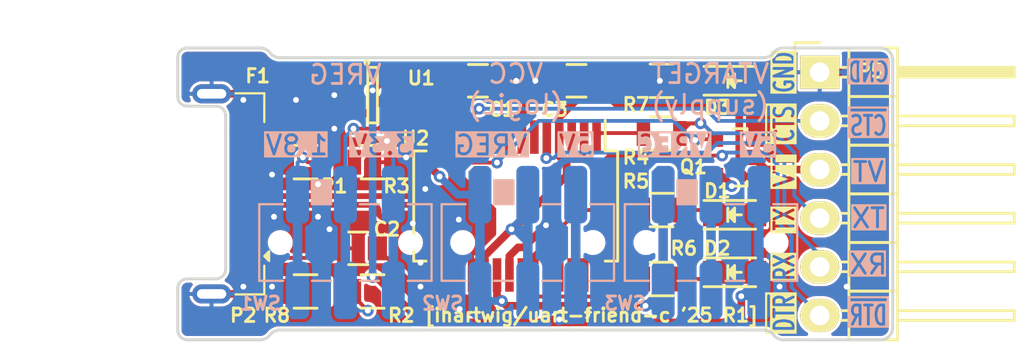
<source format=kicad_pcb>
(kicad_pcb (version 20221018) (generator pcbnew)
  (layers (0 "F.Cu" signal) (31 "B.Cu" signal) (34 "B.Paste" user) (35 "F.Paste" user) (36 "B.SilkS" user "B.Silkscreen") (37 "F.SilkS" user "F.Silkscreen") (38 "B.Mask" user) (39 "F.Mask" user) (44 "Edge.Cuts" user))
  (net 0 "")
  (net 1 "+5V")
  (net 2 "GND")
  (net 3 "VCC")
  (net 4 "Net-(U2-VCCD)")
  (net 5 "Net-(D1-K)")
  (net 6 "/USB_VBUS")
  (net 7 "/USB_D-")
  (net 8 "/USB_D+")
  (net 9 "/VREG")
  (net 10 "/FB_3V3")
  (net 11 "/FB_SEL")
  (net 12 "/FB_1V8")
  (net 13 "/VTARGET")
  (net 14 "/TXD")
  (net 15 "Net-(D2-K)")
  (net 16 "/~{CTS}")
  (net 17 "/RXD")
  (net 18 "/~{DTR}")
  (net 19 "/~{POWER}")
  (net 20 "/TXD_R")
  (net 21 "/~{TXLED}")
  (net 22 "/~{RXLED}")
  (net 23 "/VTARGET_Q")
  (net 24 "Net-(D3-K)")
  (net 27 "Net-(P2-CC)")
  (footprint "Capacitors_SMD:C_0805" (layer "F.Cu") (at 164.5 100 180)
    (fp_text reference "C2" (at -1.5 1 180) (layer "F.SilkS") (effects (font (size 0.7 0.7))))
    (fp_text value "1uF")
    (pad "1" smd rect (at -1 0 180) (size 1 1.25) (layers "F.Cu" "F.Paste" "F.Mask") (net 4 "Net-(U2-VCCD)"))
    (pad "2" smd rect (at 1 0 180) (size 1 1.25) (layers "F.Cu" "F.Paste" "F.Mask") (net 2 "GND"))
  )
  (footprint "LEDs:LED-0805" (layer "F.Cu") (at 184.15 98.25)
    (fp_text reference "D1" (at -0.9 -1.25) (layer "F.SilkS") (effects (font (size 0.7 0.7))))
    (fp_text value "TX")
    (pad "1" smd rect (at -1.04902 0 180) (size 1.19888 1.19888) (layers "F.Cu" "F.Paste" "F.Mask") (net 5 "Net-(D1-K)"))
    (pad "2" smd rect (at 1.04902 0 180) (size 1.19888 1.19888) (layers "F.Cu" "F.Paste" "F.Mask") (net 3 "VCC"))
  )
  (footprint "LEDs:LED-0805" (layer "F.Cu") (at 184.15 101.25)
    (fp_text reference "D2" (at -0.9 -1.25) (layer "F.SilkS") (effects (font (size 0.7 0.7))))
    (fp_text value "RX")
    (pad "1" smd rect (at -1.04902 0 180) (size 1.19888 1.19888) (layers "F.Cu" "F.Paste" "F.Mask") (net 15 "Net-(D2-K)"))
    (pad "2" smd rect (at 1.04902 0 180) (size 1.19888 1.19888) (layers "F.Cu" "F.Paste" "F.Mask") (net 3 "VCC"))
  )
  (footprint "Fuse_Holders_and_Fuses:Fuse_SMD1206_Reflow" (layer "F.Cu") (at 161.25 92.25 90)
    (fp_text reference "F1" (at 1.25 -2 180) (layer "F.SilkS") (effects (font (size 0.7 0.7))))
    (fp_text value "500mA-1206")
    (pad "1" smd rect (at -1.20396 0 180) (size 2.02946 1.14046) (layers "F.Cu" "F.Paste" "F.Mask") (net 6 "/USB_VBUS"))
    (pad "2" smd rect (at 1.20396 0 180) (size 2.02946 1.14046) (layers "F.Cu" "F.Paste" "F.Mask") (net 1 "+5V"))
  )
  (footprint "Pin_Headers:Pin_Header_Angled_1x06" (layer "F.Cu") (at 188.595 90.805)
    (fp_text reference "P5" (at 2.655 -0.055) (layer "F.SilkS") (effects (font (size 0.7 0.7))))
    (fp_text value "CONN_01X06")
    (pad "1" thru_hole rect (at 0 0) (size 2.032 1.7272) (drill 1.016) (layers "*.Cu" "*.Mask" "F.SilkS") (net 2 "GND"))
    (pad "2" thru_hole oval (at 0 2.54) (size 2.032 1.7272) (drill 1.016) (layers "*.Cu" "*.Mask" "F.SilkS") (net 16 "/~{CTS}"))
    (pad "3" thru_hole oval (at 0 5.08) (size 2.032 1.7272) (drill 1.016) (layers "*.Cu" "*.Mask" "F.SilkS") (net 13 "/VTARGET"))
    (pad "4" thru_hole oval (at 0 7.62) (size 2.032 1.7272) (drill 1.016) (layers "*.Cu" "*.Mask" "F.SilkS") (net 14 "/TXD"))
    (pad "5" thru_hole oval (at 0 10.16) (size 2.032 1.7272) (drill 1.016) (layers "*.Cu" "*.Mask" "F.SilkS") (net 17 "/RXD"))
    (pad "6" thru_hole oval (at 0 12.7) (size 2.032 1.7272) (drill 1.016) (layers "*.Cu" "*.Mask" "F.SilkS") (net 18 "/~{DTR}"))
  )
  (footprint "TO_SOT_Packages_SMD:SOT-23" (layer "F.Cu") (at 184.15 95.25 -90)
    (fp_text reference "Q1" (at 0.5 2.15) (layer "F.SilkS") (effects (font (size 0.7 0.7))))
    (fp_text value "Q_PMOS_GSD")
    (pad "1" smd rect (at -0.95 1.00076 270) (size 0.8001 0.8001) (layers "F.Cu" "F.Paste" "F.Mask") (net 19 "/~{POWER}"))
    (pad "2" smd rect (at 0.95 1.00076 270) (size 0.8001 0.8001) (layers "F.Cu" "F.Paste" "F.Mask") (net 23 "/VTARGET_Q"))
    (pad "3" smd rect (at 0 -0.99822 270) (size 0.8001 0.8001) (layers "F.Cu" "F.Paste" "F.Mask") (net 13 "/VTARGET"))
  )
  (footprint "Resistors_SMD:R_0805" (layer "F.Cu") (at 161.75 95.5 180)
    (fp_text reference "R1" (at -1.5 -1.25) (layer "F.SilkS") (effects (font (size 0.7 0.7))))
    (fp_text value "75k")
    (pad "1" smd rect (at -0.95 0 180) (size 0.7 1.3) (layers "F.Cu" "F.Paste" "F.Mask") (net 10 "/FB_3V3"))
    (pad "2" smd rect (at 0.95 0 180) (size 0.7 1.3) (layers "F.Cu" "F.Paste" "F.Mask") (net 2 "GND"))
  )
  (footprint "Resistors_SMD:R_0805" (layer "F.Cu") (at 165.25 102.25 180)
    (fp_text reference "R2" (at -1.5 -1.25) (layer "F.SilkS") (effects (font (size 0.7 0.7))))
    (fp_text value "24k")
    (pad "1" smd rect (at -0.95 0 180) (size 0.7 1.3) (layers "F.Cu" "F.Paste" "F.Mask") (net 9 "/VREG"))
    (pad "2" smd rect (at 0.95 0 180) (size 0.7 1.3) (layers "F.Cu" "F.Paste" "F.Mask") (net 11 "/FB_SEL"))
  )
  (footprint "Resistors_SMD:R_0805" (layer "F.Cu") (at 165.25 95.5)
    (fp_text reference "R3" (at 1.25 1.25) (layer "F.SilkS") (effects (font (size 0.7 0.7))))
    (fp_text value "30k")
    (pad "1" smd rect (at -0.95 0) (size 0.7 1.3) (layers "F.Cu" "F.Paste" "F.Mask") (net 12 "/FB_1V8"))
    (pad "2" smd rect (at 0.95 0) (size 0.7 1.3) (layers "F.Cu" "F.Paste" "F.Mask") (net 2 "GND"))
  )
  (footprint "Resistors_SMD:R_0805" (layer "F.Cu") (at 180.34 94)
    (fp_text reference "R4" (at -1.34 1.25 180) (layer "F.SilkS") (effects (font (size 0.7 0.7))))
    (fp_text value "10")
    (pad "1" smd rect (at -0.95 0) (size 0.7 1.3) (layers "F.Cu" "F.Paste" "F.Mask") (net 20 "/TXD_R"))
    (pad "2" smd rect (at 0.95 0) (size 0.7 1.3) (layers "F.Cu" "F.Paste" "F.Mask") (net 14 "/TXD"))
  )
  (footprint "Resistors_SMD:R_0805" (layer "F.Cu") (at 180.34 98)
    (fp_text reference "R5" (at -1.34 -1.5 180) (layer "F.SilkS") (effects (font (size 0.7 0.7))))
    (fp_text value "220")
    (pad "1" smd rect (at -0.95 0) (size 0.7 1.3) (layers "F.Cu" "F.Paste" "F.Mask") (net 21 "/~{TXLED}"))
    (pad "2" smd rect (at 0.95 0) (size 0.7 1.3) (layers "F.Cu" "F.Paste" "F.Mask") (net 5 "Net-(D1-K)"))
  )
  (footprint "Resistors_SMD:R_0805" (layer "F.Cu") (at 180.34 101.6)
    (fp_text reference "R6" (at 1.16 -1.6 180) (layer "F.SilkS") (effects (font (size 0.7 0.7))))
    (fp_text value "220")
    (pad "1" smd rect (at -0.95 0) (size 0.7 1.3) (layers "F.Cu" "F.Paste" "F.Mask") (net 22 "/~{RXLED}"))
    (pad "2" smd rect (at 0.95 0) (size 0.7 1.3) (layers "F.Cu" "F.Paste" "F.Mask") (net 15 "Net-(D2-K)"))
  )
  (footprint "TO_SOT_Packages_SMD:SOT-23-5" (layer "F.Cu") (at 165.25 92)
    (fp_text reference "U1" (at 2.54 -0.889 180) (layer "F.SilkS") (effects (font (size 0.7 0.7))))
    (fp_text value "AP7365_ADJ_SOT-23-5")
    (pad "1" smd rect (at -1.1 -0.95) (size 1.06 0.65) (layers "F.Cu" "F.Paste" "F.Mask") (net 1 "+5V"))
    (pad "2" smd rect (at -1.1 0) (size 1.06 0.65) (layers "F.Cu" "F.Paste" "F.Mask") (net 2 "GND"))
    (pad "3" smd rect (at -1.1 0.95) (size 1.06 0.65) (layers "F.Cu" "F.Paste" "F.Mask") (net 1 "+5V"))
    (pad "4" smd rect (at 1.1 0.95) (size 1.06 0.65) (layers "F.Cu" "F.Paste" "F.Mask") (net 11 "/FB_SEL"))
    (pad "5" smd rect (at 1.1 -0.95) (size 1.06 0.65) (layers "F.Cu" "F.Paste" "F.Mask") (net 9 "/VREG"))
  )
  (footprint "Housings_SSOP:SSOP-28_5.3x10.2mm_Pitch0.65mm" (layer "F.Cu") (at 172.72 97.79 -90)
    (fp_text reference "U2" (at -3.54 5.22) (layer "F.SilkS") (effects (font (size 0.7 0.7))))
    (fp_text value "CY7C65213-SSOP")
    (pad "1" smd rect (at -3.6 -4.225 270) (size 1.75 0.45) (layers "F.Cu" "F.Paste" "F.Mask") (net 20 "/TXD_R"))
    (pad "2" smd rect (at -3.6 -3.575 270) (size 1.75 0.45) (layers "F.Cu" "F.Paste" "F.Mask") (net 18 "/~{DTR}"))
    (pad "3" smd rect (at -3.6 -2.925 270) (size 1.75 0.45) (layers "F.Cu" "F.Paste" "F.Mask"))
    (pad "4" smd rect (at -3.6 -2.275 270) (size 1.75 0.45) (layers "F.Cu" "F.Paste" "F.Mask") (net 3 "VCC"))
    (pad "5" smd rect (at -3.6 -1.625 270) (size 1.75 0.45) (layers "F.Cu" "F.Paste" "F.Mask") (net 17 "/RXD"))
    (pad "6" smd rect (at -3.6 -0.975 270) (size 1.75 0.45) (layers "F.Cu" "F.Paste" "F.Mask"))
    (pad "7" smd rect (at -3.6 -0.325 270) (size 1.75 0.45) (layers "F.Cu" "F.Paste" "F.Mask") (net 2 "GND"))
    (pad "8" smd rect (at -3.6 0.325 270) (size 1.75 0.45) (layers "F.Cu" "F.Paste" "F.Mask"))
    (pad "9" smd rect (at -3.6 0.975 270) (size 1.75 0.45) (layers "F.Cu" "F.Paste" "F.Mask"))
    (pad "10" smd rect (at -3.6 1.625 270) (size 1.75 0.45) (layers "F.Cu" "F.Paste" "F.Mask"))
    (pad "11" smd rect (at -3.6 2.275 270) (size 1.75 0.45) (layers "F.Cu" "F.Paste" "F.Mask") (net 16 "/~{CTS}"))
    (pad "12" smd rect (at -3.6 2.925 270) (size 1.75 0.45) (layers "F.Cu" "F.Paste" "F.Mask"))
    (pad "13" smd rect (at -3.6 3.575 270) (size 1.75 0.45) (layers "F.Cu" "F.Paste" "F.Mask"))
    (pad "14" smd rect (at -3.6 4.225 270) (size 1.75 0.45) (layers "F.Cu" "F.Paste" "F.Mask") (net 19 "/~{POWER}"))
    (pad "15" smd rect (at 3.6 4.225 270) (size 1.75 0.45) (layers "F.Cu" "F.Paste" "F.Mask") (net 8 "/USB_D+"))
    (pad "16" smd rect (at 3.6 3.575 270) (size 1.75 0.45) (layers "F.Cu" "F.Paste" "F.Mask") (net 7 "/USB_D-"))
    (pad "17" smd rect (at 3.6 2.925 270) (size 1.75 0.45) (layers "F.Cu" "F.Paste" "F.Mask") (net 4 "Net-(U2-VCCD)"))
    (pad "18" smd rect (at 3.6 2.275 270) (size 1.75 0.45) (layers "F.Cu" "F.Paste" "F.Mask") (net 2 "GND"))
    (pad "19" smd rect (at 3.6 1.625 270) (size 1.75 0.45) (layers "F.Cu" "F.Paste" "F.Mask") (net 3 "VCC"))
    (pad "20" smd rect (at 3.6 0.975 270) (size 1.75 0.45) (layers "F.Cu" "F.Paste" "F.Mask") (net 1 "+5V"))
    (pad "21" smd rect (at 3.6 0.325 270) (size 1.75 0.45) (layers "F.Cu" "F.Paste" "F.Mask") (net 2 "GND"))
    (pad "22" smd rect (at 3.6 -0.325 270) (size 1.75 0.45) (layers "F.Cu" "F.Paste" "F.Mask") (net 22 "/~{RXLED}"))
    (pad "23" smd rect (at 3.6 -0.975 270) (size 1.75 0.45) (layers "F.Cu" "F.Paste" "F.Mask") (net 21 "/~{TXLED}"))
    (pad "24" smd rect (at 3.6 -1.625 270) (size 1.75 0.45) (layers "F.Cu" "F.Paste" "F.Mask"))
    (pad "25" smd rect (at 3.6 -2.275 270) (size 1.75 0.45) (layers "F.Cu" "F.Paste" "F.Mask"))
    (pad "26" smd rect (at 3.6 -2.925 270) (size 1.75 0.45) (layers "F.Cu" "F.Paste" "F.Mask"))
    (pad "27" smd rect (at 3.6 -3.575 270) (size 1.75 0.45) (layers "F.Cu" "F.Paste" "F.Mask"))
    (pad "28" smd rect (at 3.6 -4.225 270) (size 1.75 0.45) (layers "F.Cu" "F.Paste" "F.Mask"))
  )
  (footprint "Capacitors_SMD:C_0805" (layer "F.Cu") (at 170.75 91.25)
    (fp_text reference "C1" (at 1.25 1.5) (layer "F.SilkS") (effects (font (size 0.7 0.7))))
    (fp_text value "1uF")
    (pad "1" smd rect (at -1 0) (size 1 1.25) (layers "F.Cu" "F.Paste" "F.Mask") (net 1 "+5V"))
    (pad "2" smd rect (at 1 0) (size 1 1.25) (layers "F.Cu" "F.Paste" "F.Mask") (net 2 "GND"))
  )
  (footprint "LEDs:LED-0805" (layer "F.Cu") (at 184.15 91.25)
    (fp_text reference "D3" (at -0.9 1.397) (layer "F.SilkS") (effects (font (size 0.7 0.7))))
    (fp_text value "PWR")
    (pad "1" smd rect (at -1.04902 0 180) (size 1.19888 1.19888) (layers "F.Cu" "F.Paste" "F.Mask") (net 24 "Net-(D3-K)"))
    (pad "2" smd rect (at 1.04902 0 180) (size 1.19888 1.19888) (layers "F.Cu" "F.Paste" "F.Mask") (net 3 "VCC"))
  )
  (footprint "Resistors_SMD:R_0805" (layer "F.Cu") (at 180.34 91.25)
    (fp_text reference "R7" (at -1.34 1.25) (layer "F.SilkS") (effects (font (size 0.7 0.7))))
    (fp_text value "220")
    (pad "1" smd rect (at -0.95 0) (size 0.7 1.3) (layers "F.Cu" "F.Paste" "F.Mask") (net 2 "GND"))
    (pad "2" smd rect (at 0.95 0) (size 0.7 1.3) (layers "F.Cu" "F.Paste" "F.Mask") (net 24 "Net-(D3-K)"))
  )
  (footprint "Capacitors_SMD:C_0805" (layer "F.Cu") (at 175.895 91.25 180)
    (fp_text reference "C3" (at 1.145 -1.5 180) (layer "F.SilkS") (effects (font (size 0.7 0.7))))
    (fp_text value "1uF")
    (pad "1" smd rect (at -1 0 180) (size 1 1.25) (layers "F.Cu" "F.Paste" "F.Mask") (net 3 "VCC"))
    (pad "2" smd rect (at 1 0 180) (size 1 1.25) (layers "F.Cu" "F.Paste" "F.Mask") (net 2 "GND"))
  )
  (footprint "uart-friend2-usb-special:USB_C_Plug_G-Switch_GT-USB-8016A_9P_TopMnt_Horizontal" (layer "F.Cu") (at 156.845 97.155 -90)
    (fp_text reference "P2" (at 6.345 -1.655 unlocked) (layer "F.SilkS") (effects (font (size 0.7 0.7))))
    (fp_text value "USB_C_Plug_USB3.0_9P")
    (pad "A1" smd roundrect (at 3.19 -1.86 270) (size 0.38 1.34) (layers "F.Cu" "F.Paste" "F.Mask") (net 2 "GND"))
    (pad "A2" smd roundrect (at 2.54 -1.86 270) (size 0.38 1.34) (layers "F.Cu" "F.Paste" "F.Mask"))
    (pad "A3" smd roundrect (at 1.89 -1.86 270) (size 0.38 1.34) (layers "F.Cu" "F.Paste" "F.Mask"))
    (pad "A5" smd roundrect (at 0.59 -1.86 270) (size 0.38 1.34) (layers "F.Cu" "F.Paste" "F.Mask") (net 27 "Net-(P2-CC)"))
    (pad "A6" smd roundrect (at -0.06 -1.86 270) (size 0.38 1.34) (layers "F.Cu" "F.Paste" "F.Mask") (net 8 "/USB_D+"))
    (pad "A7" smd roundrect (at -0.71 -1.86 270) (size 0.38 1.34) (layers "F.Cu" "F.Paste" "F.Mask") (net 7 "/USB_D-"))
    (pad "A9" smd roundrect (at -1.36 -1.86 270) (size 0.38 1.34) (layers "F.Cu" "F.Paste" "F.Mask") (net 6 "/USB_VBUS"))
    (pad "B10" smd roundrect (at -2.66 -1.86 270) (size 0.38 1.34) (layers "F.Cu" "F.Paste" "F.Mask"))
    (pad "B11" smd roundrect (at -2.01 -1.86 270) (size 0.38 1.34) (layers "F.Cu" "F.Paste" "F.Mask"))
    (pad "SH1" thru_hole oval (at -5.225 0 270) (size 1 2.03) (drill oval 0.5 1.53) (layers "*.Cu" "*.Mask") (net 2 "GND"))
    (pad "SH1" smd roundrect (at -4.1 -1.86 270) (size 0.8 1.34) (layers "F.Cu" "F.Paste" "F.Mask") (roundrect_rratio 0.11875) (net 2 "GND"))
    (pad "SH1" smd roundrect (at 4.1 -1.86 270) (size 0.8 1.34) (layers "F.Cu" "F.Paste" "F.Mask") (roundrect_rratio 0.11875) (net 2 "GND"))
    (pad "SH1" thru_hole oval (at 5.225 0 270) (size 1 2.03) (drill oval 0.5 1.53) (layers "*.Cu" "*.Mask") (net 2 "GND"))
  )
  (footprint "Resistors_SMD:R_0805" (layer "F.Cu") (at 161.75 102.25 180)
    (fp_text reference "R8" (at 1.5 -1.25 180) (layer "F.SilkS") (effects (font (size 0.7 0.7))))
    (fp_text value "5.1k")
    (pad "1" smd rect (at -0.95 0 180) (size 0.7 1.3) (layers "F.Cu" "F.Paste" "F.Mask") (net 27 "Net-(P2-CC)"))
    (pad "2" smd rect (at 0.95 0 180) (size 0.7 1.3) (layers "F.Cu" "F.Paste" "F.Mask") (net 2 "GND"))
  )
  (footprint "uart-friend-special:Switch_SPDT_P2.5mm_RA_SMD_8x9mm" (layer "B.Cu") (at 173.355 99.695 -90)
    (fp_text reference "SW2" (at 3.175 4.445 -180) (layer "B.SilkS") (effects (font (size 0.7 0.7)) (justify mirror)))
    (fp_text value "JS202011JAQN")
    (pad "" np_thru_hole circle (at 0 -3.4 270) (size 0.9 0.9) (drill 0.9) (layers "F&B.Cu" "*.Mask"))
    (pad "" np_thru_hole circle (at 0 3.4 270) (size 0.9 0.9) (drill 0.9) (layers "F&B.Cu" "*.Mask"))
    (pad "1" smd roundrect (at -2.5 2.5 270) (size 3 1.2) (layers "B.Cu" "B.Paste" "B.Mask") (chamfer_ratio 0.25) (chamfer bottom_left) (net 1 "+5V"))
    (pad "1" smd rect (at 0 2.5 270) (size 3 0.5) (layers "B.Cu" "B.Paste" "B.Mask") (net 1 "+5V"))
    (pad "1" smd roundrect (at 2.5 2.5 270) (size 3 1.2) (layers "B.Cu" "B.Paste" "B.Mask") (chamfer_ratio 0.25) (chamfer bottom_right) (net 1 "+5V"))
    (pad "2" smd roundrect (at -2.5 0 270) (size 3 1.2) (layers "B.Cu" "B.Paste" "B.Mask") (net 3 "VCC"))
    (pad "2" smd rect (at 0 0 270) (size 3 0.5) (layers "B.Cu" "B.Paste" "B.Mask") (net 3 "VCC"))
    (pad "2" smd roundrect (at 2.5 0 270) (size 3 1.2) (layers "B.Cu" "B.Paste" "B.Mask") (net 3 "VCC"))
    (pad "3" smd roundrect (at -2.5 -2.5 270) (size 3 1.2) (layers "B.Cu" "B.Paste" "B.Mask") (net 9 "/VREG"))
    (pad "3" smd rect (at 0 -2.5 270) (size 3 0.5) (layers "B.Cu" "B.Paste" "B.Mask") (net 9 "/VREG"))
    (pad "3" smd roundrect (at 2.5 -2.5 270) (size 3 1.2) (layers "B.Cu" "B.Paste" "B.Mask") (net 9 "/VREG"))
  )
  (footprint "uart-friend-special:Switch_SPDT_P2.5mm_RA_SMD_8x9mm" (layer "B.Cu") (at 182.92 99.695 -90)
    (fp_text reference "SW3" (at 3.175 4.485 -180) (layer "B.SilkS") (effects (font (size 0.7 0.7)) (justify mirror)))
    (fp_text value "JS202011JAQN")
    (pad "" np_thru_hole circle (at 0 -3.4 270) (size 0.9 0.9) (drill 0.9) (layers "F&B.Cu" "*.Mask"))
    (pad "" np_thru_hole circle (at 0 3.4 270) (size 0.9 0.9) (drill 0.9) (layers "F&B.Cu" "*.Mask"))
    (pad "1" smd roundrect (at -2.5 2.5 270) (size 3 1.2) (layers "B.Cu" "B.Paste" "B.Mask") (chamfer_ratio 0.25) (chamfer bottom_left) (net 1 "+5V"))
    (pad "1" smd rect (at 0 2.5 270) (size 3 0.5) (layers "B.Cu" "B.Paste" "B.Mask") (net 1 "+5V"))
    (pad "1" smd roundrect (at 2.5 2.5 270) (size 3 1.2) (layers "B.Cu" "B.Paste" "B.Mask") (chamfer_ratio 0.25) (chamfer bottom_right) (net 1 "+5V"))
    (pad "2" smd roundrect (at -2.5 0 270) (size 3 1.2) (layers "B.Cu" "B.Paste" "B.Mask") (net 23 "/VTARGET_Q"))
    (pad "2" smd rect (at 0 0 270) (size 3 0.5) (layers "B.Cu" "B.Paste" "B.Mask") (net 23 "/VTARGET_Q"))
    (pad "2" smd roundrect (at 2.5 0 270) (size 3 1.2) (layers "B.Cu" "B.Paste" "B.Mask") (net 23 "/VTARGET_Q"))
    (pad "3" smd roundrect (at -2.5 -2.5 270) (size 3 1.2) (layers "B.Cu" "B.Paste" "B.Mask") (net 9 "/VREG"))
    (pad "3" smd rect (at 0 -2.5 270) (size 3 0.5) (layers "B.Cu" "B.Paste" "B.Mask") (net 9 "/VREG"))
    (pad "3" smd roundrect (at 2.5 -2.5 270) (size 3 1.2) (layers "B.Cu" "B.Paste" "B.Mask") (net 9 "/VREG"))
  )
  (footprint "uart-friend-special:Switch_SPDT_P2.5mm_RA_SMD_8x9mm" (layer "B.Cu") (at 163.83 99.695 -90)
    (fp_text reference "SW1" (at 3.175 4.445 -180) (layer "B.SilkS") (effects (font (size 0.7 0.7)) (justify mirror)))
    (fp_text value "JS202011JAQN")
    (pad "" np_thru_hole circle (at 0 -3.4 270) (size 0.9 0.9) (drill 0.9) (layers "F&B.Cu" "*.Mask"))
    (pad "" np_thru_hole circle (at 0 3.4 270) (size 0.9 0.9) (drill 0.9) (layers "F&B.Cu" "*.Mask"))
    (pad "1" smd roundrect (at -2.5 2.5 270) (size 3 1.2) (layers "B.Cu" "B.Paste" "B.Mask") (chamfer_ratio 0.25) (chamfer bottom_left) (net 10 "/FB_3V3"))
    (pad "1" smd rect (at 0 2.5 270) (size 3 0.5) (layers "B.Cu" "B.Paste" "B.Mask") (net 10 "/FB_3V3"))
    (pad "1" smd roundrect (at 2.5 2.5 270) (size 3 1.2) (layers "B.Cu" "B.Paste" "B.Mask") (chamfer_ratio 0.25) (chamfer bottom_right) (net 10 "/FB_3V3"))
    (pad "2" smd roundrect (at -2.5 0 270) (size 3 1.2) (layers "B.Cu" "B.Paste" "B.Mask") (net 11 "/FB_SEL"))
    (pad "2" smd rect (at 0 0 270) (size 3 0.5) (layers "B.Cu" "B.Paste" "B.Mask") (net 11 "/FB_SEL"))
    (pad "2" smd roundrect (at 2.5 0 270) (size 3 1.2) (layers "B.Cu" "B.Paste" "B.Mask") (net 11 "/FB_SEL"))
    (pad "3" smd roundrect (at -2.5 -2.5 270) (size 3 1.2) (layers "B.Cu" "B.Paste" "B.Mask") (net 12 "/FB_1V8"))
    (pad "3" smd rect (at 0 -2.5 270) (size 3 0.5) (layers "B.Cu" "B.Paste" "B.Mask") (net 12 "/FB_1V8"))
    (pad "3" smd roundrect (at 2.5 -2.5 270) (size 3 1.2) (layers "B.Cu" "B.Paste" "B.Mask") (net 12 "/FB_1V8"))
  )
  (gr_line (start 159.834013 104.589013) (end 159.951987 104.452987) (stroke (width 0.15)) (layer "Edge.Cuts"))
  (gr_arc (start 155.075 102.092) (mid 155.221447 101.738447) (end 155.575 101.592) (stroke (width 0.15)) (layer "Edge.Cuts"))
  (gr_line (start 160.401 90.043) (end 185.674 90.043) (stroke (width 0.15)) (layer "Edge.Cuts"))
  (gr_line (start 191.77 89.535) (end 186.69 89.535) (stroke (width 0.15)) (layer "Edge.Cuts"))
  (gr_line (start 186.69 104.775) (end 191.77 104.775) (stroke (width 0.15)) (layer "Edge.Cuts"))
  (gr_arc (start 159.834013 104.589013) (mid 159.628004 104.726664) (end 159.385 104.775) (stroke (width 0.15)) (layer "Edge.Cuts"))
  (gr_line (start 159.951987 89.857013) (end 159.834013 89.720987) (stroke (width 0.15)) (layer "Edge.Cuts"))
  (gr_arc (start 186.69 104.775) (mid 186.446996 104.726664) (end 186.240987 104.589013) (stroke (width 0.15)) (layer "Edge.Cuts"))
  (gr_arc (start 160.401 90.043) (mid 160.157996 89.994664) (end 159.951987 89.857013) (stroke (width 0.15)) (layer "Edge.Cuts"))
  (gr_arc (start 159.951987 104.452987) (mid 160.157996 104.315336) (end 160.401 104.267) (stroke (width 0.15)) (layer "Edge.Cuts"))
  (gr_arc (start 191.77 89.535) (mid 192.219013 89.720987) (end 192.405 90.17) (stroke (width 0.15)) (layer "Edge.Cuts"))
  (gr_arc (start 185.674 104.267) (mid 185.917004 104.315336) (end 186.123013 104.452987) (stroke (width 0.15)) (layer "Edge.Cuts"))
  (gr_arc (start 192.405 104.14) (mid 192.219013 104.589013) (end 191.77 104.775) (stroke (width 0.15)) (layer "Edge.Cuts"))
  (gr_arc (start 186.240987 89.720987) (mid 186.446996 89.583336) (end 186.69 89.535) (stroke (width 0.15)) (layer "Edge.Cuts"))
  (gr_line (start 192.405 104.14) (end 192.405 90.17) (stroke (width 0.15)) (layer "Edge.Cuts"))
  (gr_line (start 186.240987 89.720987) (end 186.123013 89.857013) (stroke (width 0.15)) (layer "Edge.Cuts"))
  (gr_line (start 155.575 92.575) (end 157.075 92.575) (stroke (width 0.15)) (layer "Edge.Cuts"))
  (gr_arc (start 157.575 101.092) (mid 157.428553 101.445553) (end 157.075 101.592) (stroke (width 0.15)) (layer "Edge.Cuts"))
  (gr_arc (start 186.123013 89.857013) (mid 185.917004 89.994664) (end 185.674 90.043) (stroke (width 0.15)) (layer "Edge.Cuts"))
  (gr_line (start 157.575 101.092) (end 157.575 93.075) (stroke (width 0.15)) (layer "Edge.Cuts"))
  (gr_line (start 155.575 104.775) (end 159.385 104.775) (stroke (width 0.15)) (layer "Edge.Cuts"))
  (gr_arc (start 159.385 89.535) (mid 159.628004 89.583336) (end 159.834013 89.720987) (stroke (width 0.15)) (layer "Edge.Cuts"))
  (gr_line (start 155.075 102.092) (end 155.075 104.275) (stroke (width 0.15)) (layer "Edge.Cuts"))
  (gr_line (start 186.123013 104.452987) (end 186.240987 104.589013) (stroke (width 0.15)) (layer "Edge.Cuts"))
  (gr_line (start 185.674 104.267) (end 160.401 104.267) (stroke (width 0.15)) (layer "Edge.Cuts"))
  (gr_arc (start 157.075 92.575) (mid 157.428553 92.721447) (end 157.575 93.075) (stroke (width 0.15)) (layer "Edge.Cuts"))
  (gr_arc (start 155.575 104.775) (mid 155.221447 104.628553) (end 155.075 104.275) (stroke (width 0.15)) (layer "Edge.Cuts"))
  (gr_line (start 157.075 101.592) (end 155.575 101.592) (stroke (width 0.15)) (layer "Edge.Cuts"))
  (gr_arc (start 155.075 90.035) (mid 155.221447 89.681447) (end 155.575 89.535) (stroke (width 0.15)) (layer "Edge.Cuts"))
  (gr_arc (start 155.575 92.575) (mid 155.221447 92.428553) (end 155.075 92.075) (stroke (width 0.15)) (layer "Edge.Cuts"))
  (gr_line (start 159.385 89.535) (end 155.575 89.535) (stroke (width 0.15)) (layer "Edge.Cuts"))
  (gr_line (start 155.075 92.075) (end 155.075 90.035) (stroke (width 0.15)) (layer "Edge.Cuts"))
  (gr_text "3.3V" (at 165.735 94.615) (layer "B.SilkS" knockout) (effects (font (size 1 1)) (justify mirror)))
  (gr_text "RX" (at 191.135 100.838) (layer "B.SilkS" knockout) (effects (font (size 1 1)) (justify mirror)))
  (gr_text "VREG" (at 180.975 94.615) (layer "B.SilkS" knockout) (effects (font (size 1 1)) (justify mirror)))
  (gr_text "5V" (at 185.42 94.615) (layer "B.SilkS" knockout) (effects (font (size 1 1)) (justify mirror)))
  (gr_text "~{CTS}" (at 191.135 93.599) (layer "B.SilkS" knockout) (effects (font (size 1 0.7)) (justify mirror)))
  (gr_text "VREG" (at 171.45 94.615) (layer "B.SilkS" knockout) (effects (font (size 1 1)) (justify mirror)))
  (gr_text "5V" (at 175.895 94.615) (layer "B.SilkS" knockout) (effects (font (size 1 1)) (justify mirror)))
  (gr_text "~{DTR}" (at 191.135 103.505) (layer "B.SilkS" knockout) (effects (font (size 1 0.7)) (justify mirror)))
  (gr_text "1.8V" (at 161.29 94.615) (layer "B.SilkS" knockout) (effects (font (size 1 1)) (justify mirror)))
  (gr_text "TX" (at 191.135 98.425) (layer "B.SilkS" knockout) (effects (font (size 1 1)) (justify mirror)))
  (gr_text "VCC\n(logic)" (at 172.72 91.694) (layer "B.SilkS") (effects (font (size 1 1)) (justify mirror)))
  (gr_text "VT" (at 191.135 96.012) (layer "B.SilkS" knockout) (effects (font (size 1 1)) (justify mirror)))
  (gr_text "GND" (at 191.135 90.805) (layer "B.SilkS" knockout) (effects (font (size 1 0.7)) (justify mirror)))
  (gr_text "VREG\n" (at 163.83 90.932) (layer "B.SilkS") (effects (font (size 1 1)) (justify mirror)))
  (gr_text "VTARGET\n(supply)" (at 182.88 91.694) (layer "B.SilkS") (effects (font (size 1 1)) (justify mirror)))
  (gr_text "~{CTS}" (at 186.75 93.5 90) (layer "F.SilkS" knockout) (effects (font (size 1 0.7))))
  (gr_text "GND" (at 186.75 90.805 90) (layer "F.SilkS" knockout) (effects (font (size 1 0.7))))
  (gr_text "TX" (at 186.75 98.5 90) (layer "F.SilkS" knockout) (effects (font (size 1 0.7))))
  (gr_text "RX" (at 186.75 101 90) (layer "F.SilkS" knockout) (effects (font (size 1 0.7))))
  (gr_text "VT" (at 186.75 96 90) (layer "F.SilkS" knockout) (effects (font (size 1 1))))
  (gr_text "~{DTR}" (at 186.75 103.378 90) (layer "F.SilkS" knockout) (effects (font (size 1 0.7))))
  (gr_text "[ihartwig/uart-friend-c '25 R1]" (at 167.9 103.9) (layer "F.SilkS") (effects (font (size 0.7 0.7)) (justify left bottom)))
  (segment (start 167.9176 95.4176) (end 168.75 96.25) (width 0.4) (layer "F.Cu") (net 1))
  (segment (start 168.75 91.25) (end 169.75 91.25) (width 0.4) (layer "F.Cu") (net 1))
  (segment (start 164.15 91.05) (end 161.25396 91.05) (width 0.4) (layer "F.Cu") (net 1))
  (segment (start 171.745 102.495) (end 172 102.75) (width 0.4) (layer "F.Cu") (net 1))
  (segment (start 165.929422 92) (end 168 92) (width 0.4) (layer "F.Cu") (net 1))
  (segment (start 172 102.75) (end 172.25 103) (width 0.4) (layer "F.Cu") (net 1))
  (segment (start 163.2 92.95) (end 161.29604 91.04604) (width 0.4) (layer "F.Cu") (net 1))
  (segment (start 161.25396 91.05) (end 161.25 91.04604) (width 0.4) (layer "F.Cu") (net 1))
  (segment (start 168 92) (end 168.75 91.25) (width 0.4) (layer "F.Cu") (net 1))
  (segment (start 164.979422 92.95) (end 165.929422 92) (width 0.4) (layer "F.Cu") (net 1))
  (segment (start 164.15 92.95) (end 163.2 92.95) (width 0.4) (layer "F.Cu") (net 1))
  (segment (start 164.15 92.95) (end 164.979422 92.95) (width 0.4) (layer "F.Cu") (net 1))
  (segment (start 168 92) (end 167.9176 92.0824) (width 0.4) (layer "F.Cu") (net 1))
  (segment (start 161.29604 91.04604) (end 161.25 91.04604) (width 0.4) (layer "F.Cu") (net 1))
  (segment (start 171.745 101.39) (end 171.745 102.495) (width 0.4) (layer "F.Cu") (net 1))
  (segment (start 167.9176 92.0824) (end 167.9176 95.4176) (width 0.4) (layer "F.Cu") (net 1))
  (segment (start 172.25 103) (end 179.5 103) (width 0.4) (layer "F.Cu") (net 1))
  (via (at 179.5 103) (size 0.6096) (drill 0.3048) (layers "F.Cu" "B.Cu") (net 1))
  (via (at 168.75 96.25) (size 0.6096) (drill 0.3048) (layers "F.Cu" "B.Cu") (net 1))
  (via (at 172 102.75) (size 0.6096) (drill 0.3048) (layers "F.Cu" "B.Cu") (net 1))
  (segment (start 180.467 98.044) (end 180.467 98.298) (width 0.4) (layer "B.Cu") (net 1))
  (segment (start 169.695 97.195) (end 168.75 96.25) (width 0.4) (layer "B.Cu") (net 1))
  (segment (start 180.594 97.917) (end 180.467 98.044) (width 0.4) (layer "B.Cu") (net 1))
  (segment (start 180.305 102.195) (end 179.5 103) (width 0.4) (layer "B.Cu") (net 1))
  (segment (start 172 102.75) (end 171.41 102.75) (width 0.4) (layer "B.Cu") (net 1))
  (segment (start 171.41 102.75) (end 170.855 102.195) (width 0.4) (layer "B.Cu") (net 1))
  (segment (start 179.5 103) (end 180.75 103) (width 0.4) (layer "B.Cu") (net 1))
  (segment (start 170.855 97.195) (end 169.695 97.195) (width 0.4) (layer "B.Cu") (net 1))
  (segment (start 180.42 102.195) (end 180.305 102.195) (width 0.4) (layer "B.Cu") (net 1))
  (segment (start 158.5 101.46) (end 158.705 101.255) (width 0.4) (layer "F.Cu") (net 2))
  (segment (start 174.895 91.25) (end 173.75 91.25) (width 0.4) (layer "F.Cu") (net 2))
  (segment (start 158.12 102.38) (end 158.5 102) (width 0.4) (layer "F.Cu") (net 2))
  (segment (start 172.395 101.39) (end 172.395 100.401) (width 0.4) (layer "F.Cu") (net 2))
  (segment (start 186.681 102.181) (end 186.5 102) (width 0.4) (layer "F.Cu") (net 2))
  (segment (start 189.819 102.181) (end 186.681 102.181) (width 0.4) (layer "F.Cu") (net 2))
  (segment (start 162.4 98.35) (end 162.866 98.35) (width 0.1524) (layer "F.Cu") (net 2))
  (segment (start 156.845 91.93) (end 157.58 91.93) (width 0.4) (layer "F.Cu") (net 2))
  (segment (start 164.15 92) (end 163.25 92) (width 0.4) (layer "F.Cu") (net 2))
  (segment (start 172.395 100.401) (end 172.847 99.949) (width 0.4) (layer "F.Cu") (net 2))
  (segment (start 159.483919 100.345) (end 160 100.861081) (width 0.1524) (layer "F.Cu") (net 2))
  (segment (start 166.75 95.5) (end 167 95.25) (width 0.4) (layer "F.Cu") (net 2))
  (segment (start 158.705 100.345) (end 159.483919 100.345) (width 0.1524) (layer "F.Cu") (net 2))
  (segment (start 173.149223 99.949) (end 174.303531 98.794692) (width 0.4) (layer "F.Cu") (net 2))
  (segment (start 162.866 98.35) (end 163 98.484) (width 0.1524) (layer "F.Cu") (net 2))
  (segment (start 190.305 90.805) (end 190.5 91) (width 0.4) (layer "F.Cu") (net 2))
  (segment (start 160.1 98.35) (end 162.4 98.35) (width 0.1524) (layer "F.Cu") (net 2))
  (segment (start 160 100.861081) (end 160 102) (width 0.1524) (layer "F.Cu") (net 2))
  (segment (start 156.845 102.38) (end 158.12 102.38) (width 0.4) (layer "F.Cu") (net 2))
  (segment (start 160 96.15) (end 160.5 96.65) (width 0.1524) (layer "F.Cu") (net 2))
  (segment (start 163.5 99.5) (end 163 99) (width 0.4) (layer "F.Cu") (net 2))
  (segment (start 173.75 91.25) (end 173.5 91.25) (width 0.4) (layer "F.Cu") (net 2))
  (segment (start 172.847 99.949) (end 173.149223 99.949) (width 0.4) (layer "F.Cu") (net 2))
  (segment (start 171.75 91.25) (end 172.75 91.25) (width 0.4) (layer "F.Cu") (net 2))
  (segment (start 158.5 102) (end 158.5 101.46) (width 0.4) (layer "F.Cu") (net 2))
  (segment (start 163.5 100) (end 163.5 99.5) (width 0.4) (layer "F.Cu") (net 2))
  (segment (start 160.782 96.65) (end 162.4 96.65) (width 0.1524) (layer "F.Cu") (net 2))
  (segment (start 170.445 102.521805) (end 169.7978 103.169005) (width 0.4) (layer "F.Cu") (net 2))
  (segment (start 160.8 95.5) (end 160.8 96.632) (width 0.1524) (layer "F.Cu") (net 2))
  (segment (start 190.5 101.5) (end 189.819 102.181) (width 0.4) (layer "F.Cu") (net 2))
  (segment (start 173.5 91.25) (end 173.25 91.5) (width 0.4) (layer "F.Cu") (net 2))
  (segment (start 160 102) (end 160.55 102) (width 0.4) (layer "F.Cu") (net 2))
  (segment (start 173 91.25) (end 173.25 91.5) (width 0.4) (layer "F.Cu") (net 2))
  (segment (start 156.845 102.38) (end 157.58 102.38) (width 0.4) (layer "F.Cu") (net 2))
  (segment (start 190.5 101) (end 190.5 101.5) (width 0.4) (layer "F.Cu") (net 2))
  (segment (start 173.25 91.5) (end 173.25 92.71) (width 0.4) (layer "F.Cu") (net 2))
  (segment (start 160.5 96.65) (end 160.782 96.65) (width 0.1524) (layer "F.Cu") (net 2))
  (segment (start 188.595 90.805) (end 190.305 90.805) (width 0.4) (layer "F.Cu") (net 2))
  (segment (start 160.8 96.632) (end 160.782 96.65) (width 0.1524) (layer "F.Cu") (net 2))
  (segment (start 173.045 94.19) (end 173.045 92.915) (width 0.4) (layer "F.Cu") (net 2))
  (segment (start 158.5 92.85) (end 158.705 93.055) (width 0.4) (layer "F.Cu") (net 2))
  (segment (start 190.5 91) (end 190.5 101) (width 0.4) (layer "F.Cu") (net 2))
  (segment (start 166.2 95.5) (end 166.75 95.5) (width 0.4) (layer "F.Cu") (net 2))
  (segment (start 158.5 92.25) (end 158.5 92.85) (width 0.4) (layer "F.Cu") (net 2))
  (segment (start 170.445 101.39) (end 170.445 102.521805) (width 0.4) (layer "F.Cu") (net 2))
  (segment (start 173.25 92.71) (end 173.045 92.915) (width 0.4) (layer "F.Cu") (net 2))
  (segment (start 163 98.484) (end 163 99) (width 0.1524) (layer "F.Cu") (net 2))
  (segment (start 172.75 91.25) (end 173 91.25) (width 0.4) (layer "F.Cu") (net 2))
  (segment (start 172.75 91.25) (end 173.75 91.25) (width 0.4) (layer "F.Cu") (net 2))
  (segment (start 158.18 91.93) (end 156.845 91.93) (width 0.4) (layer "F.Cu") (net 2))
  (segment (start 179.39 91.25) (end 180.25 91.25) (width 0.4) (layer "F.Cu") (net 2))
  (segment (start 160.55 102) (end 160.8 102.25) (width 0.4) (layer "F.Cu") (net 2))
  (segment (start 158.5 92.25) (end 158.18 91.93) (width 0.4) (layer "F.Cu") (net 2))
  (via (at 180.25 91.25) (size 0.6096) (drill 0.3048) (layers "F.Cu" "B.Cu") (net 2))
  (via (at 162.4 96.65) (size 0.6096) (drill 0.3048) (layers "F.Cu" "B.Cu") (net 2))
  (via (at 160 102) (size 0.6096) (drill 0.3048) (layers "F.Cu" "B.Cu") (net 2))
  (via (at 186.5 102) (size 0.6096) (drill 0.3048) (layers "F.Cu" "B.Cu") (net 2))
  (via (at 163.25 93.75) (size 0.6096) (drill 0.3048) (layers "F.Cu" "B.Cu") (net 2))
  (via (at 167.75 102) (size 0.6096) (drill 0.3048) (layers "F.Cu" "B.Cu") (net 2))
  (via (at 167.35 98.7) (size 0.6096) (drill 0.3048) (layers "F.Cu" "B.Cu") (net 2))
  (via (at 160 96.15) (size 0.6096) (drill 0.3048) (layers "F.Cu" "B.Cu") (net 2))
  (via (at 190 102) (size 0.6096) (drill 0.3048) (layers "F.Cu" "B.Cu") (net 2))
  (via (at 169.75 98.5) (size 0.6096) (drill 0.3048) (layers "F.Cu" "B.Cu") (net 2))
  (via (at 168 96.9) (size 0.6096) (drill 0.3048) (layers "F.Cu" "B.Cu") (net 2))
  (via (at 158.5 102) (size 0.6096) (drill 0.3048) (layers "F.Cu" "B.Cu") (net 2))
  (via (at 161.25 92.25) (size 0.6096) (drill 0.3048) (layers "F.Cu" "B.Cu") (net 2))
  (via (at 162.4 98.35) (size 0.6096) (drill 0.3048) (layers "F.Cu" "B.Cu") (net 2))
  (via (at 174.303531 98.794692) (size 0.6096) (drill 0.3048) (layers "F.Cu" "B.Cu") (net 2))
  (via (at 173.75 91.25) (size 0.6096) (drill 0.3048) (layers "F.Cu" "B.Cu") (net 2))
  (via (at 163.25 92) (size 0.6096) (drill 0.3048) (layers "F.Cu" "B.Cu") (net 2))
  (via (at 169.7978 103.169005) (size 0.6096) (drill 0.3048) (layers "F.Cu" "B.Cu") (net 2))
  (via (at 158.5 92.25) (size 0.6096) (drill 0.3048) (layers "F.Cu" "B.Cu") (net 2))
  (via (at 160.1 98.35) (size 0.6096) (drill 0.3048) (layers "F.Cu" "B.Cu") (net 2))
  (via (at 167.75 100.75) (size 0.6096) (drill 0.3048) (layers "F.Cu" "B.Cu") (net 2))
  (via (at 167 95.25) (size 0.6096) (drill 0.3048) (layers "F.Cu" "B.Cu") (net 2))
  (via (at 163 99) (size 0.6096) (drill 0.3048) (layers "F.Cu" "B.Cu") (net 2))
  (via (at 172.75 91.25) (size 0.6096) (drill 0.3048) (layers "F.Cu" "B.Cu") (net 2))
  (segment (start 178.0176 92.4976) (end 184.285678 92.4976) (width 0.4) (layer "F.Cu") (net 3))
  (segment (start 175.006502 96.570947) (end 172.577449 99) (width 0.4) (layer "F.Cu") (net 3))
  (segment (start 185.19902 91.25) (end 185.19902 91.80444) (width 0.4) (layer "F.Cu") (net 3))
  (segment (start 171.095 101.39) (end 171.095 100.405) (width 0.4) (layer "F.Cu") (net 3))
  (segment (start 185.19902 99.06) (end 185.19902 96.735222) (width 0.4) (layer "F.Cu") (net 3))
  (segment (start 184.395769 92.607691) (end 185.19902 91.80444) (width 0.4) (layer "F.Cu") (net 3))
  (segment (start 175.3798 95.572351) (end 175.3798 96.197649) (width 0.4) (layer "F.Cu") (net 3))
  (segment (start 176.895 91.375) (end 178.0176 92.4976) (width 0.4) (layer "F.Cu") (net 3))
  (segment (start 174.995 95.187551) (end 175.3798 95.572351) (width 0.4) (layer "F.Cu") (net 3))
  (segment (start 184.285678 92.4976) (end 184.395769 92.607691) (width 0.4) (layer "F.Cu") (net 3))
  (segment (start 185.19902 101.6) (end 185.19902 99.06) (width 0.4) (layer "F.Cu") (net 3))
  (segment (start 174.995 94.19) (end 174.995 95.187551) (width 0.4) (layer "F.Cu") (net 3))
  (segment (start 172.577449 99) (end 172.5 99) (width 0.4) (layer "F.Cu") (net 3))
  (segment (start 176.895 91.25) (end 176.895 91.375) (width 0.4) (layer "F.Cu") (net 3))
  (segment (start 171.095 100.405) (end 172.5 99) (width 0.4) (layer "F.Cu") (net 3))
  (segment (start 184.395769 95.931971) (end 184.395769 92.607691) (width 0.4) (layer "F.Cu") (net 3))
  (segment (start 185.19902 96.735222) (end 184.395769 95.931971) (width 0.4) (layer "F.Cu") (net 3))
  (segment (start 174.995 93.15) (end 174.995 94.19) (width 0.4) (layer "F.Cu") (net 3))
  (segment (start 175.3798 96.197649) (end 175.006502 96.570947) (width 0.4) (layer "F.Cu") (net 3))
  (segment (start 176.895 91.25) (end 174.995 93.15) (width 0.4) (layer "F.Cu") (net 3))
  (via (at 172.5 99) (size 0.6096) (drill 0.3048) (layers "F.Cu" "B.Cu") (net 3))
  (segment (start 172.66 99) (end 173.355 99.695) (width 0.4) (layer "B.Cu") (net 3))
  (segment (start 172.5 99) (end 173 99) (width 0.4) (layer "B.Cu") (net 3))
  (segment (start 173.355 98.145) (end 172.5 99) (width 0.4) (layer "B.Cu") (net 3))
  (segment (start 172.5 99) (end 172.66 99) (width 0.4) (layer "B.Cu") (net 3))
  (segment (start 173.355 97.195) (end 173.355 98.145) (width 0.4) (layer "B.Cu") (net 3))
  (segment (start 169.795 102.383805) (end 169.428805 102.75) (width 0.2) (layer "F.Cu") (net 4))
  (segment (start 167 102.25) (end 167.5 102.75) (width 0.2) (layer "F.Cu") (net 4))
  (segment (start 167 101.5) (end 167 102.25) (width 0.2) (layer "F.Cu") (net 4))
  (segment (start 169.795 101.39) (end 169.795 102.383805) (width 0.2) (layer "F.Cu") (net 4))
  (segment (start 165.5 100) (end 167 101.5) (width 0.2) (layer "F.Cu") (net 4))
  (segment (start 169.428805 102.75) (end 167.5 102.75) (width 0.2) (layer "F.Cu") (net 4))
  (segment (start 181.29 98) (end 182.85098 98) (width 0.2) (layer "F.Cu") (net 5))
  (segment (start 182.85098 98) (end 183.10098 98.25) (width 0.2) (layer "F.Cu") (net 5))
  (segment (start 159.375 95.795) (end 159.75 95.42) (width 0.4) (layer "F.Cu") (net 6))
  (segment (start 160.04604 93.45396) (end 159.75 93.75) (width 0.4) (layer "F.Cu") (net 6))
  (segment (start 161.25 93.45396) (end 160.04604 93.45396) (width 0.4) (layer "F.Cu") (net 6))
  (segment (start 158.705 95.795) (end 159.375 95.795) (width 0.4) (layer "F.Cu") (net 6))
  (segment (start 159.75 95.42) (end 159.75 93.75) (width 0.4) (layer "F.Cu") (net 6))
  (segment (start 167.444688 97.2714) (end 169.0486 98.875312) (width 0.3048) (layer "F.Cu") (net 7))
  (segment (start 159.445868 96.541399) (end 160.175869 97.2714) (width 0.3048) (layer "F.Cu") (net 7))
  (segment (start 158.801399 96.541399) (end 159.445868 96.541399) (width 0.3048) (layer "F.Cu") (net 7))
  (segment (start 169.0486 99.9811) (end 169.145 100.0775) (width 0.3048) (layer "F.Cu") (net 7))
  (segment (start 169.145 100.0775) (end 169.145 101.39) (width 0.3048) (layer "F.Cu") (net 7))
  (segment (start 169.0486 98.875312) (end 169.0486 99.9811) (width 0.3048) (layer "F.Cu") (net 7))
  (segment (start 158.705 96.445) (end 158.801399 96.541399) (width 0.3048) (layer "F.Cu") (net 7))
  (segment (start 160.175869 97.2714) (end 167.444688 97.2714) (width 0.3048) (layer "F.Cu") (net 7))
  (segment (start 167.1 97.7286) (end 167.255312 97.7286) (width 0.3048) (layer "F.Cu") (net 8))
  (segment (start 166.45 97.7286) (end 167.1 97.7286) (width 0.3048) (layer "F.Cu") (net 8))
  (segment (start 168.495 100.0775) (end 168.495 101.39) (width 0.3048) (layer "F.Cu") (net 8))
  (segment (start 158.801399 96.998601) (end 159.25649 96.998601) (width 0.3048) (layer "F.Cu") (net 8))
  (segment (start 168.5914 99.9811) (end 168.495 100.0775) (width 0.3048) (layer "F.Cu") (net 8))
  (segment (start 158.705 97.095) (end 158.801399 96.998601) (width 0.3048) (layer "F.Cu") (net 8))
  (segment (start 165.55 98.0286) (end 165.55 98.092687) (width 0.3048) (layer "F.Cu") (net 8))
  (segment (start 159.25649 96.998601) (end 159.986489 97.7286) (width 0.3048) (layer "F.Cu") (net 8))
  (segment (start 166.15 98.092687) (end 166.15 98.0286) (width 0.3048) (layer "F.Cu") (net 8))
  (segment (start 159.986489 97.7286) (end 165.25 97.7286) (width 0.3048) (layer "F.Cu") (net 8))
  (segment (start 168.5914 99.064688) (end 168.5914 99.9811) (width 0.3048) (layer "F.Cu") (net 8))
  (segment (start 167.255312 97.7286) (end 168.5914 99.064688) (width 0.3048) (layer "F.Cu") (net 8))
  (arc (start 165.25 97.7286) (mid 165.462132 97.816468) (end 165.55 98.0286) (width 0.3048) (layer "F.Cu") (net 8))
  (arc (start 165.85 98.392687) (mid 166.062132 98.304819) (end 166.15 98.092687) (width 0.3048) (layer "F.Cu") (net 8))
  (arc (start 166.15 98.0286) (mid 166.237868 97.816468) (end 166.45 97.7286) (width 0.3048) (layer "F.Cu") (net 8))
  (arc (start 165.55 98.092687) (mid 165.637868 98.304819) (end 165.85 98.392687) (width 0.3048) (layer "F.Cu") (net 8))
  (segment (start 175.385 103.75) (end 175.5 103.865) (width 0.4) (layer "F.Cu") (net 9))
  (segment (start 174.5 103.865) (end 175.5 103.865) (width 0.4) (layer "F.Cu") (net 9))
  (segment (start 174.6578 103.7072) (end 174.5 103.865) (width 0.4) (layer "F.Cu") (net 9))
  (segment (start 184.135 103.865) (end 175.5 103.865) (width 0.4) (layer "F.Cu") (net 9))
  (segment (start 165.45 101.5) (end 166.2 102.25) (width 0.4) (layer "F.Cu") (net 9))
  (segment (start 165.95 91.05) (end 165.25 91.75) (width 0.4) (layer "F.Cu") (net 9))
  (segment (start 175 103.7072) (end 175.0428 103.75) (width 0.4) (layer "F.Cu") (net 9))
  (segment (start 175.0428 103.75) (end 175.385 103.75) (width 0.4) (layer "F.Cu") (net 9))
  (segment (start 184.5 103.5) (end 184.135 103.865) (width 0.4) (layer "F.Cu") (net 9))
  (segment (start 166.35 91.05) (end 165.95 91.05) (width 0.4) (layer "F.Cu") (net 9))
  (segment (start 175 103.7072) (end 174.6578 103.7072) (width 0.4) (layer "F.Cu") (net 9))
  (segment (start 184.5 102.5) (end 184.5 103.5) (width 0.4) (layer "F.Cu") (net 9))
  (segment (start 167.815 103.865) (end 174.5 103.865) (width 0.4) (layer "F.Cu") (net 9))
  (segment (start 165.25 101.5) (end 165.45 101.5) (width 0.4) (layer "F.Cu") (net 9))
  (segment (start 166.2 102.25) (end 167.815 103.865) (width 0.4) (layer "F.Cu") (net 9))
  (via (at 165.25 91.75) (size 0.6096) (drill 0.3048) (layers "F.Cu" "B.Cu") (net 9))
  (via (at 175 103.7072) (size 0.6096) (drill 0.3048) (layers "F.Cu" "B.Cu") (net 9))
  (via (at 184.5 102.5) (size 0.6096) (drill 0.3048) (layers "F.Cu" "B.Cu") (net 9))
  (via (at 165.25 101.5) (size 0.6096) (drill 0.3048) (layers "F.Cu" "B.Cu") (net 9))
  (segment (start 175 103.7072) (end 175.0518 103.759) (width 0.4) (layer "B.Cu") (net 9))
  (segment (start 185.42 102.195) (end 185.42 102.58) (width 0.4) (layer "B.Cu") (net 9))
  (segment (start 175.0518 103.759) (end 176.149 103.759) (width 0.4) (layer "B.Cu") (net 9))
  (segment (start 176.149 102.489) (end 175.855 102.195) (width 0.4) (layer "B.Cu") (net 9))
  (segment (start 165.25 91.75) (end 165.25 101.5) (width 0.4) (layer "B.Cu") (net 9))
  (segment (start 175.2072 103.5) (end 175 103.7072) (width 0.4) (layer "B.Cu") (net 9))
  (segment (start 176.149 103.759) (end 176.149 102.489) (width 0.4) (layer "B.Cu") (net 9))
  (segment (start 184.5 102.5) (end 185.75 102.5) (width 0.4) (layer "B.Cu") (net 9))
  (segment (start 176.359736 96.647) (end 176.105736 96.393) (width 0.2) (layer "B.Cu") (net 9))
  (segment (start 184.805 102.195) (end 184.5 102.5) (width 0.4) (layer "B.Cu") (net 9))
  (segment (start 176 103.5) (end 175.2072 103.5) (width 0.4) (layer "B.Cu") (net 9))
  (segment (start 185.42 102.195) (end 184.805 102.195) (width 0.4) (layer "B.Cu") (net 9))
  (segment (start 161.857202 95.5) (end 161.607202 95.25) (width 0.2) (layer "F.Cu") (net 10))
  (segment (start 162.7 95.5) (end 161.857202 95.5) (width 0.2) (layer "F.Cu") (net 10))
  (via (at 161.607202 95.25) (size 0.6096) (drill 0.3048) (layers "F.Cu" "B.Cu") (net 10))
  (segment (start 161.607202 95.25) (end 161.33 95.527202) (width 0.2) (layer "B.Cu") (net 10))
  (segment (start 161.33 95.527202) (end 161.33 97.195) (width 0.2) (layer "B.Cu") (net 10))
  (segment (start 164.3 102.55) (end 165 103.25) (width 0.2) (layer "F.Cu") (net 11))
  (segment (start 164.3 102.25) (end 164.3 102.55) (width 0.2) (layer "F.Cu") (net 11))
  (segment (start 165.55 93.75) (end 164.25 93.75) (width 0.2) (layer "F.Cu") (net 11))
  (segment (start 166.35 92.95) (end 165.55 93.75) (width 0.2) (layer "F.Cu") (net 11))
  (via (at 164.25 93.75) (size 0.6096) (drill 0.3048) (layers "F.Cu" "B.Cu") (net 11))
  (via (at 165 103.25) (size 0.6096) (drill 0.3048) (layers "F.Cu" "B.Cu") (net 11))
  (segment (start 163.83 102.83) (end 164.25 103.25) (width 0.2) (layer "B.Cu") (net 11))
  (segment (start 163.83 94.17) (end 163.83 97.195) (width 0.2) (layer "B.Cu") (net 11))
  (segment (start 164.25 93.75) (end 163.83 94.17) (width 0.2) (layer "B.Cu") (net 11))
  (segment (start 164.25 103.25) (end 165 103.25) (width 0.2) (layer "B.Cu") (net 11))
  (segment (start 164.135 102.5) (end 163.83 102.195) (width 0.2) (layer "B.Cu") (net 11))
  (segment (start 163.83 102.195) (end 163.83 102.83) (width 0.2) (layer "B.Cu") (net 11))
  (segment (start 165.407202 94.392798) (end 166 94.392798) (width 0.2) (layer "F.Cu") (net 12))
  (segment (start 164.3 95.5) (end 165.407202 94.392798) (width 0.2) (layer "F.Cu") (net 12))
  (via (at 166 94.392798) (size 0.6096) (drill 0.3048) (layers "F.Cu" "B.Cu") (net 12))
  (segment (start 166.33 94.722798) (end 166.33 97.195) (width 0.2) (layer "B.Cu") (net 12))
  (segment (start 166 94.392798) (end 166.33 94.722798) (width 0.2) (layer "B.Cu") (net 12))
  (segment (start 188.595 95.885) (end 185.78322 95.885) (width 0.4) (layer "F.Cu") (net 13))
  (segment (start 185.78322 95.885) (end 185.14822 95.25) (width 0.4) (layer "F.Cu") (net 13))
  (segment (start 181.818 93.472) (end 181.29 94) (width 0.2) (layer "F.Cu") (net 14))
  (segment (start 181.318 93.472) (end 181.29 93.5) (width 0.2) (layer "F.Cu") (net 14))
  (segment (start 182.372 93.472) (end 181.318 93.472) (width 0.2) (layer "F.Cu") (net 14))
  (segment (start 182.372 93.472) (end 181.818 93.472) (width 0.2) (layer "F.Cu") (net 14))
  (via (at 182.372 93.472) (size 0.6096) (drill 0.3048) (layers "F.Cu" "B.Cu") (net 14))
  (segment (start 187.27 97.2524) (end 188.4426 98.425) (width 0.2) (layer "B.Cu") (net 14))
  (segment (start 183 94) (end 183.01 93.99) (width 0.2) (layer "B.Cu") (net 14))
  (segment (start 186.26 93.99) (end 187.27 95) (width 0.2) (layer "B.Cu") (net 14))
  (segment (start 187.27 95) (end 187.27 97.2524) (width 0.2) (layer "B.Cu") (net 14))
  (segment (start 182.372 93.472) (end 182.472 93.472) (width 0.2) (layer "B.Cu") (net 14))
  (segment (start 182.472 93.472) (end 183 94) (width 0.2) (layer "B.Cu") (net 14))
  (segment (start 188.4426 98.425) (end 188.595 98.425) (width 0.2) (layer "B.Cu") (net 14))
  (segment (start 183.01 93.99) (end 186.26 93.99) (width 0.2) (layer "B.Cu") (net 14))
  (segment (start 181.29 101.6) (end 183.10098 101.6) (width 0.2) (layer "F.Cu") (net 15))
  (segment (start 170.445 94.19) (end 170.445 93.08) (width 0.2) (layer "F.Cu") (net 16))
  (segment (start 170.445 93.08) (end 170.815 92.71) (width 0.2) (layer "F.Cu") (net 16))
  (via (at 170.815 92.71) (size 0.6096) (drill 0.3048) (layers "F.Cu" "B.Cu") (net 16))
  (segment (start 183.261 93.345) (end 182.626 92.71) (width 0.2) (layer "B.Cu") (net 16))
  (segment (start 188.595 93.345) (end 183.261 93.345) (width 0.2) (layer "B.Cu") (net 16))
  (segment (start 170.815 92.71) (end 182.626 92.71) (width 0.2) (layer "B.Cu") (net 16))
  (segment (start 174.318808 95.288574) (end 174.318808 94.216192) (width 0.2) (layer "F.Cu") (net 17))
  (segment (start 174.318808 94.216192) (end 174.345 94.19) (width 0.2) (layer "F.Cu") (net 17))
  (via (at 174.318808 95.288574) (size 0.6096) (drill 0.3048) (layers "F.Cu" "B.Cu") (net 17))
  (segment (start 186 94.5) (end 186.75 95.25) (width 0.2) (layer "B.Cu") (net 17))
  (segment (start 186.75 98.49526) (end 188.595 100.34026) (width 0.2) (layer "B.Cu") (net 17))
  (segment (start 174.711426 95.288574) (end 174.318808 95.288574) (width 0.2) (layer "B.Cu") (net 17))
  (segment (start 182.75 95) (end 175 95) (width 0.2) (layer "B.Cu") (net 17))
  (segment (start 186.75 95.25) (end 186.75 98.49526) (width 0.2) (layer "B.Cu") (net 17))
  (segment (start 175 95) (end 174.711426 95.288574) (width 0.2) (layer "B.Cu") (net 17))
  (segment (start 188.595 100.34026) (end 188.595 100.965) (width 0.2) (layer "B.Cu") (net 17))
  (segment (start 183.25 94.5) (end 186 94.5) (width 0.2) (layer "B.Cu") (net 17))
  (segment (start 182.75 95) (end 183.25 94.5) (width 0.2) (layer "B.Cu") (net 17))
  (segment (start 176.295 95.265) (end 176.295 94.19) (width 0.2) (layer "F.Cu") (net 18))
  (segment (start 177.2548 95.485) (end 176.515 95.485) (width 0.2) (layer "F.Cu") (net 18))
  (segment (start 183.5 95.157252) (end 177.582548 95.157252) (width 0.2) (layer "F.Cu") (net 18))
  (segment (start 176.515 95.485) (end 176.295 95.265) (width 0.2) (layer "F.Cu") (net 18))
  (segment (start 177.582548 95.157252) (end 177.2548 95.485) (width 0.2) (layer "F.Cu") (net 18))
  (segment (start 183.5 95.157252) (end 183.465348 95.1226) (width 0.2) (layer "F.Cu") (net 18))
  (via (at 183.5 95.157252) (size 0.6096) (drill 0.3048) (layers "F.Cu" "B.Cu") (net 18))
  (segment (start 187.12 99.363629) (end 186.3976 98.641229) (width 0.2) (layer "B.Cu") (net 18))
  (segment (start 187.12 102.03) (end 187.12 99.363629) (width 0.2) (layer "B.Cu") (net 18))
  (segment (start 186.3976 95.6476) (end 185.75 95) (width 0.2) (layer "B.Cu") (net 18))
  (segment (start 188.595 103.505) (end 187.12 102.03) (width 0.2) (layer "B.Cu") (net 18))
  (segment (start 183.657252 95) (end 183.5 95.157252) (width 0.2) (layer "B.Cu") (net 18))
  (segment (start 185.75 95) (end 184.25 95) (width 0.2) (layer "B.Cu") (net 18))
  (segment (start 186.3976 96.8124) (end 186.3976 95.6476) (width 0.2) (layer "B.Cu") (net 18))
  (segment (start 184.25 95) (end 183.657252 95) (width 0.2) (layer "B.Cu") (net 18))
  (segment (start 186.3976 98.641229) (end 186.3976 96.8124) (width 0.2) (layer "B.Cu") (net 18))
  (segment (start 171.743614 95.522202) (end 168.752202 95.522202) (width 0.2) (layer "F.Cu") (net 19))
  (segment (start 183.086154 94.363086) (end 183.14924 94.3) (width 0.2) (layer "F.Cu") (net 19))
  (segment (start 183.14924 94.3) (end 182.142402 94.3) (width 0.2) (layer "F.Cu") (net 19))
  (segment (start 168.495 94.19) (end 168.495 95.265) (width 0.2) (layer "F.Cu") (net 19))
  (segment (start 183.441955 94.3) (end 183.44335 94.301395) (width 0.2) (layer "F.Cu") (net 19))
  (segment (start 168.752202 95.522202) (end 168.495 95.265) (width 0.2) (layer "F.Cu") (net 19))
  (segment (start 182.142402 94.3) (end 182.097202 94.3452) (width 0.2) (layer "F.Cu") (net 19))
  (via (at 171.743614 95.522202) (size 0.6096) (drill 0.3048) (layers "F.Cu" "B.Cu") (net 19))
  (via (at 182.097202 94.3452) (size 0.6096) (drill 0.3048) (layers "F.Cu" "B.Cu") (net 19))
  (segment (start 181.9752 94.3452) (end 182.097202 94.3452) (width 0.2) (layer "B.Cu") (net 19))
  (segment (start 180.975 93.345) (end 181.9752 94.3452) (width 0.2) (layer "B.Cu") (net 19))
  (segment (start 173.920816 93.345) (end 180.975 93.345) (width 0.2) (layer "B.Cu") (net 19))
  (segment (start 171.743614 95.522202) (end 173.920816 93.345) (width 0.2) (layer "B.Cu") (net 19))
  (segment (start 179.39 93.98) (end 177.155 93.98) (width 0.2) (layer "F.Cu") (net 20))
  (segment (start 177.155 93.98) (end 176.945 94.19) (width 0.2) (layer "F.Cu") (net 20))
  (segment (start 173.695 100.315) (end 173.695 101.39) (width 0.2) (layer "F.Cu") (net 21))
  (segment (start 176.01 98) (end 173.695 100.315) (width 0.2) (layer "F.Cu") (net 21))
  (segment (start 179.39 98) (end 176.01 98) (width 0.2) (layer "F.Cu") (net 21))
  (segment (start 173.045 102.465) (end 173.097401 102.517401) (width 0.2) (layer "F.Cu") (net 22))
  (segment (start 173.097401 102.517401) (end 177.922599 102.517401) (width 0.2) (layer "F.Cu") (net 22))
  (segment (start 178.84 101.6) (end 179.39 101.6) (width 0.2) (layer "F.Cu") (net 22))
  (segment (start 173.045 101.39) (end 173.045 102.465) (width 0.2) (layer "F.Cu") (net 22))
  (segment (start 177.922599 102.517401) (end 178.84 101.6) (width 0.2) (layer "F.Cu") (net 22))
  (segment (start 183.14924 96.2) (end 183.45 96.2) (width 0.4) (layer "F.Cu") (net 23))
  (segment (start 183.45 96.2) (end 184 96.75) (width 0.4) (layer "F.Cu") (net 23))
  (via (at 184 96.75) (size 0.6096) (drill 0.3048) (layers "F.Cu" "B.Cu") (net 23))
  (segment (start 183.365 96.75) (end 182.92 97.195) (width 0.4) (layer "B.Cu") (net 23))
  (segment (start 184 96.75) (end 183.365 96.75) (width 0.4) (layer "B.Cu") (net 23))
  (segment (start 181.29 91.25) (end 183.10098 91.25) (width 0.2) (layer "F.Cu") (net 24))
  (segment (start 158.77 98.27) (end 158.705 98.205) (width 0.2) (layer "F.Cu") (net 27))
  (segment (start 160.103629 100.5) (end 159.63 100.026371) (width 0.2) (layer "F.Cu") (net 27))
  (segment (start 162.7 100.83363) (end 162.36637 100.5) (width 0.2) (layer "F.Cu") (net 27))
  (segment (start 159.63 100.026371) (end 159.63 98.67) (width 0.2) (layer "F.Cu") (net 27))
  (segment (start 162.7 102.25) (end 162.7 100.83363) (width 0.2) (layer "F.Cu") (net 27))
  (segment (start 159.23 98.27) (end 158.77 98.27) (width 0.2) (layer "F.Cu") (net 27))
  (segment (start 158.705 98.205) (end 158.705 97.745) (width 0.2) (layer "F.Cu") (net 27))
  (segment (start 159.63 98.67) (end 159.23 98.27) (width 0.2) (layer "F.Cu") (net 27))
  (segment (start 162.36637 100.5) (end 160.103629 100.5) (width 0.2) (layer "F.Cu") (net 27))
  (zone (net 2) (net_name "GND") (layer "F.Cu") (connect_pads (clearance 0.1524)) (min_thickness 0.2) (fill yes (thermal_gap 0.1524) (thermal_bridge_width 0.20001))
    (polygon (pts (xy 154.5 89.25) (xy 159.5 89.25) (xy 164 93.5) (xy 167.386 93.5) (xy 171.704 97.917) (xy 171.704 105.25) (xy 154.5 105.25)))
  )
  (zone (net 2) (net_name "GND") (layer "F.Cu") (connect_pads (clearance 0.1524)) (min_thickness 0.2) (fill yes (thermal_gap 0.1524) (thermal_bridge_width 0.20001))
    (polygon (pts (xy 184.5 89.5) (xy 195 89.5) (xy 195 105.5) (xy 184.5 105.5)))
  )
  (zone (net 2) (net_name "GND") (layer "B.Cu") (connect_pads (clearance 0.1524)) (min_thickness 0.2) (fill yes (thermal_gap 0.1524) (thermal_bridge_width 0.20001))
    (polygon (pts (xy 193 89) (xy 193 106) (xy 154.25 106) (xy 154.25 89)))
  )
)
</source>
